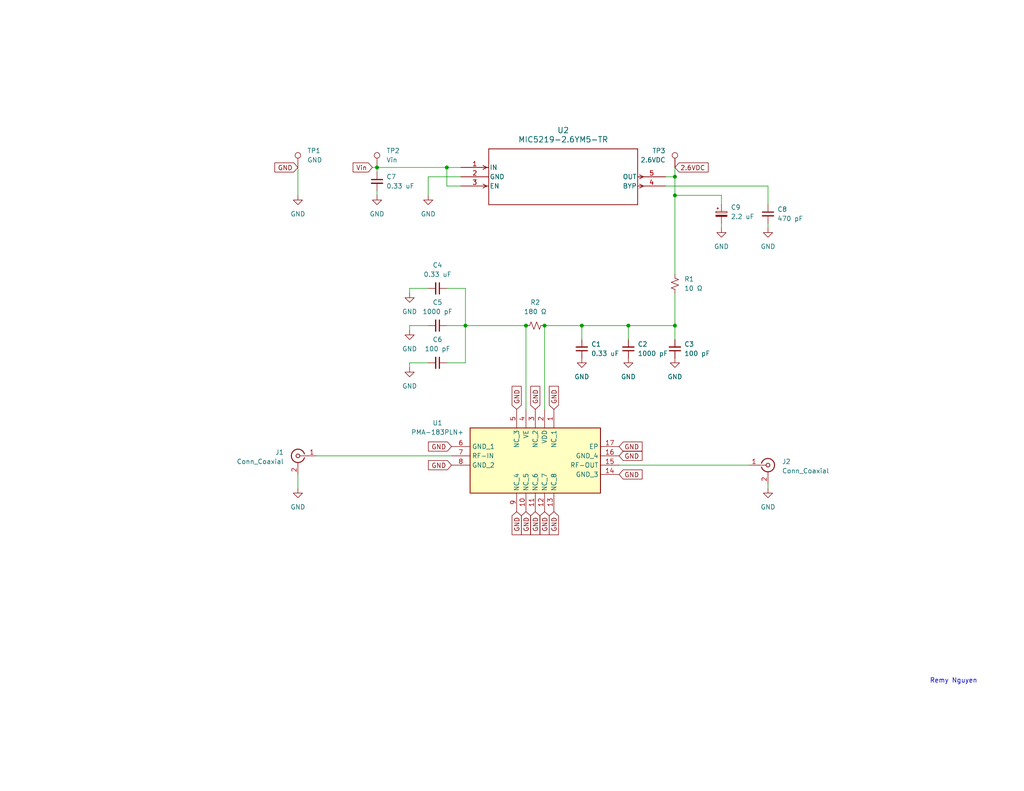
<source format=kicad_sch>
(kicad_sch (version 20230121) (generator eeschema)

  (uuid d268e3ca-8a18-4b0a-ac77-3cbf3521c83a)

  (paper "USLetter")

  (title_block
    (title "6000 - 18000 MHz SMT LNA")
    (date "2024-04-10")
    (rev "A")
  )

  (lib_symbols
    (symbol "power:GND" (power) (pin_names (offset 0)) (in_bom yes) (on_board yes)
      (property "Reference" "#PWR" (at 0 -6.35 0)
        (effects (font (size 1.27 1.27)) hide)
      )
      (property "Value" "GND" (at 0 -3.81 0)
        (effects (font (size 1.27 1.27)))
      )
      (property "Footprint" "" (at 0 0 0)
        (effects (font (size 1.27 1.27)) hide)
      )
      (property "Datasheet" "" (at 0 0 0)
        (effects (font (size 1.27 1.27)) hide)
      )
      (property "ki_keywords" "global power" (at 0 0 0)
        (effects (font (size 1.27 1.27)) hide)
      )
      (property "ki_description" "Power symbol creates a global label with name \"GND\" , ground" (at 0 0 0)
        (effects (font (size 1.27 1.27)) hide)
      )
      (symbol "GND_0_1"
        (polyline
          (pts
            (xy 0 0)
            (xy 0 -1.27)
            (xy 1.27 -1.27)
            (xy 0 -2.54)
            (xy -1.27 -1.27)
            (xy 0 -1.27)
          )
          (stroke (width 0) (type default))
          (fill (type none))
        )
      )
      (symbol "GND_1_1"
        (pin power_in line (at 0 0 270) (length 0) hide
          (name "GND" (effects (font (size 1.27 1.27))))
          (number "1" (effects (font (size 1.27 1.27))))
        )
      )
    )
    (symbol "rf-dfs:C_Polarized_Small" (pin_numbers hide) (pin_names (offset 0.254) hide) (in_bom yes) (on_board yes)
      (property "Reference" "C" (at 0.254 1.778 0)
        (effects (font (size 1.27 1.27)) (justify left))
      )
      (property "Value" "C_Polarized_Small" (at 0.254 -2.032 0)
        (effects (font (size 1.27 1.27)) (justify left))
      )
      (property "Footprint" "" (at 0 0 0)
        (effects (font (size 1.27 1.27)) hide)
      )
      (property "Datasheet" "~" (at 0 0 0)
        (effects (font (size 1.27 1.27)) hide)
      )
      (property "ki_keywords" "cap capacitor" (at 0 0 0)
        (effects (font (size 1.27 1.27)) hide)
      )
      (property "ki_description" "Polarized capacitor, small symbol" (at 0 0 0)
        (effects (font (size 1.27 1.27)) hide)
      )
      (property "ki_fp_filters" "CP_*" (at 0 0 0)
        (effects (font (size 1.27 1.27)) hide)
      )
      (symbol "C_Polarized_Small_0_1"
        (rectangle (start -1.524 -0.3048) (end 1.524 -0.6858)
          (stroke (width 0) (type default))
          (fill (type outline))
        )
        (rectangle (start -1.524 0.6858) (end 1.524 0.3048)
          (stroke (width 0) (type default))
          (fill (type none))
        )
        (polyline
          (pts
            (xy -1.27 1.524)
            (xy -0.762 1.524)
          )
          (stroke (width 0) (type default))
          (fill (type none))
        )
        (polyline
          (pts
            (xy -1.016 1.27)
            (xy -1.016 1.778)
          )
          (stroke (width 0) (type default))
          (fill (type none))
        )
      )
      (symbol "C_Polarized_Small_1_1"
        (pin passive line (at 0 2.54 270) (length 1.8542)
          (name "~" (effects (font (size 1.27 1.27))))
          (number "1" (effects (font (size 1.27 1.27))))
        )
        (pin passive line (at 0 -2.54 90) (length 1.8542)
          (name "~" (effects (font (size 1.27 1.27))))
          (number "2" (effects (font (size 1.27 1.27))))
        )
      )
    )
    (symbol "rf-dfs:C_Small" (pin_numbers hide) (pin_names (offset 0.254) hide) (in_bom yes) (on_board yes)
      (property "Reference" "C" (at 0.254 1.778 0)
        (effects (font (size 1.27 1.27)) (justify left))
      )
      (property "Value" "C_Small" (at 0.254 -2.032 0)
        (effects (font (size 1.27 1.27)) (justify left))
      )
      (property "Footprint" "" (at 0 0 0)
        (effects (font (size 1.27 1.27)) hide)
      )
      (property "Datasheet" "~" (at 0 0 0)
        (effects (font (size 1.27 1.27)) hide)
      )
      (property "ki_keywords" "capacitor cap" (at 0 0 0)
        (effects (font (size 1.27 1.27)) hide)
      )
      (property "ki_description" "Unpolarized capacitor, small symbol" (at 0 0 0)
        (effects (font (size 1.27 1.27)) hide)
      )
      (property "ki_fp_filters" "C_*" (at 0 0 0)
        (effects (font (size 1.27 1.27)) hide)
      )
      (symbol "C_Small_0_1"
        (polyline
          (pts
            (xy -1.524 -0.508)
            (xy 1.524 -0.508)
          )
          (stroke (width 0.3302) (type default))
          (fill (type none))
        )
        (polyline
          (pts
            (xy -1.524 0.508)
            (xy 1.524 0.508)
          )
          (stroke (width 0.3048) (type default))
          (fill (type none))
        )
      )
      (symbol "C_Small_1_1"
        (pin passive line (at 0 2.54 270) (length 2.032)
          (name "~" (effects (font (size 1.27 1.27))))
          (number "1" (effects (font (size 1.27 1.27))))
        )
        (pin passive line (at 0 -2.54 90) (length 2.032)
          (name "~" (effects (font (size 1.27 1.27))))
          (number "2" (effects (font (size 1.27 1.27))))
        )
      )
    )
    (symbol "rf-dfs:Conn_Coaxial" (pin_names (offset 1.016) hide) (in_bom yes) (on_board yes)
      (property "Reference" "J" (at 0.254 3.048 0)
        (effects (font (size 1.27 1.27)))
      )
      (property "Value" "Conn_Coaxial" (at 2.921 0 90)
        (effects (font (size 1.27 1.27)))
      )
      (property "Footprint" "" (at 0 0 0)
        (effects (font (size 1.27 1.27)) hide)
      )
      (property "Datasheet" " ~" (at 0 0 0)
        (effects (font (size 1.27 1.27)) hide)
      )
      (property "ki_keywords" "BNC SMA SMB SMC LEMO coaxial connector CINCH RCA" (at 0 0 0)
        (effects (font (size 1.27 1.27)) hide)
      )
      (property "ki_description" "coaxial connector (BNC, SMA, SMB, SMC, Cinch/RCA, LEMO, ...)" (at 0 0 0)
        (effects (font (size 1.27 1.27)) hide)
      )
      (property "ki_fp_filters" "*BNC* *SMA* *SMB* *SMC* *Cinch* *LEMO*" (at 0 0 0)
        (effects (font (size 1.27 1.27)) hide)
      )
      (symbol "Conn_Coaxial_0_1"
        (arc (start -1.778 -0.508) (mid 0.2311 -1.8066) (end 1.778 0)
          (stroke (width 0.254) (type default))
          (fill (type none))
        )
        (polyline
          (pts
            (xy -2.54 0)
            (xy -0.508 0)
          )
          (stroke (width 0) (type default))
          (fill (type none))
        )
        (polyline
          (pts
            (xy 0 -2.54)
            (xy 0 -1.778)
          )
          (stroke (width 0) (type default))
          (fill (type none))
        )
        (circle (center 0 0) (radius 0.508)
          (stroke (width 0.2032) (type default))
          (fill (type none))
        )
        (arc (start 1.778 0) (mid 0.2099 1.8101) (end -1.778 0.508)
          (stroke (width 0.254) (type default))
          (fill (type none))
        )
      )
      (symbol "Conn_Coaxial_1_1"
        (pin passive line (at -5.08 0 0) (length 2.54)
          (name "In" (effects (font (size 1.27 1.27))))
          (number "1" (effects (font (size 1.27 1.27))))
        )
        (pin passive line (at 0 -5.08 90) (length 2.54)
          (name "Ext" (effects (font (size 1.27 1.27))))
          (number "2" (effects (font (size 1.27 1.27))))
        )
      )
    )
    (symbol "rf-dfs:MIC5219-2.6YM5-TR" (pin_names (offset 0.254)) (in_bom yes) (on_board yes)
      (property "Reference" "U" (at 27.94 10.16 0)
        (effects (font (size 1.524 1.524)))
      )
      (property "Value" "MIC5219-2.6YM5-TR" (at 27.94 7.62 0)
        (effects (font (size 1.524 1.524)))
      )
      (property "Footprint" "SOT-23-5_M5_MCH" (at 0 0 0)
        (effects (font (size 1.27 1.27) italic) hide)
      )
      (property "Datasheet" "MIC5219-2.6YM5-TR" (at 0 0 0)
        (effects (font (size 1.27 1.27) italic) hide)
      )
      (property "ki_locked" "" (at 0 0 0)
        (effects (font (size 1.27 1.27)))
      )
      (property "ki_keywords" "MIC5219-2.6YM5-TR" (at 0 0 0)
        (effects (font (size 1.27 1.27)) hide)
      )
      (property "ki_fp_filters" "SOT-23-5_M5_MCH SOT-23-5_M5_MCH-M SOT-23-5_M5_MCH-L" (at 0 0 0)
        (effects (font (size 1.27 1.27)) hide)
      )
      (symbol "MIC5219-2.6YM5-TR_0_1"
        (polyline
          (pts
            (xy 7.0993 -5.08)
            (xy 6.0579 -5.6007)
          )
          (stroke (width 0.2032) (type default))
          (fill (type none))
        )
        (polyline
          (pts
            (xy 7.0993 -5.08)
            (xy 6.0579 -4.5593)
          )
          (stroke (width 0.2032) (type default))
          (fill (type none))
        )
        (polyline
          (pts
            (xy 7.0993 0)
            (xy 6.0579 -0.5207)
          )
          (stroke (width 0.2032) (type default))
          (fill (type none))
        )
        (polyline
          (pts
            (xy 7.0993 0)
            (xy 6.0579 0.5207)
          )
          (stroke (width 0.2032) (type default))
          (fill (type none))
        )
        (polyline
          (pts
            (xy 7.62 -10.16)
            (xy 48.26 -10.16)
          )
          (stroke (width 0.2032) (type default))
          (fill (type none))
        )
        (polyline
          (pts
            (xy 7.62 5.08)
            (xy 7.62 -10.16)
          )
          (stroke (width 0.2032) (type default))
          (fill (type none))
        )
        (polyline
          (pts
            (xy 48.26 -10.16)
            (xy 48.26 5.08)
          )
          (stroke (width 0.2032) (type default))
          (fill (type none))
        )
        (polyline
          (pts
            (xy 48.26 5.08)
            (xy 7.62 5.08)
          )
          (stroke (width 0.2032) (type default))
          (fill (type none))
        )
        (polyline
          (pts
            (xy 48.7807 -5.6007)
            (xy 49.8221 -5.08)
          )
          (stroke (width 0.2032) (type default))
          (fill (type none))
        )
        (polyline
          (pts
            (xy 48.7807 -4.5593)
            (xy 49.8221 -5.08)
          )
          (stroke (width 0.2032) (type default))
          (fill (type none))
        )
        (polyline
          (pts
            (xy 48.7807 -3.0607)
            (xy 49.8221 -2.54)
          )
          (stroke (width 0.2032) (type default))
          (fill (type none))
        )
        (polyline
          (pts
            (xy 48.7807 -2.0193)
            (xy 49.8221 -2.54)
          )
          (stroke (width 0.2032) (type default))
          (fill (type none))
        )
        (pin input line (at 0 0 0) (length 7.62)
          (name "IN" (effects (font (size 1.27 1.27))))
          (number "1" (effects (font (size 1.27 1.27))))
        )
        (pin power_in line (at 0 -2.54 0) (length 7.62)
          (name "GND" (effects (font (size 1.27 1.27))))
          (number "2" (effects (font (size 1.27 1.27))))
        )
        (pin input line (at 0 -5.08 0) (length 7.62)
          (name "EN" (effects (font (size 1.27 1.27))))
          (number "3" (effects (font (size 1.27 1.27))))
        )
        (pin output line (at 55.88 -5.08 180) (length 7.62)
          (name "BYP" (effects (font (size 1.27 1.27))))
          (number "4" (effects (font (size 1.27 1.27))))
        )
        (pin output line (at 55.88 -2.54 180) (length 7.62)
          (name "OUT" (effects (font (size 1.27 1.27))))
          (number "5" (effects (font (size 1.27 1.27))))
        )
      )
    )
    (symbol "rf-dfs:PMA-183PLN+" (in_bom yes) (on_board yes)
      (property "Reference" "IC" (at 24.13 17.78 0)
        (effects (font (size 1.27 1.27)) (justify left top))
      )
      (property "Value" "PMA-183PLN+" (at 24.13 15.24 0)
        (effects (font (size 1.27 1.27)) (justify left top))
      )
      (property "Footprint" "QFN51P250X350X85-17N" (at 24.13 -84.76 0)
        (effects (font (size 1.27 1.27)) (justify left top) hide)
      )
      (property "Datasheet" "https://www.minicircuits.com/pdfs/PMA-183PLN+.pdf" (at 24.13 -184.76 0)
        (effects (font (size 1.27 1.27)) (justify left top) hide)
      )
      (property "Height" "0.85" (at 24.13 -384.76 0)
        (effects (font (size 1.27 1.27)) (justify left top) hide)
      )
      (property "Mouser Part Number" "139-PMA-183PLN+" (at 24.13 -484.76 0)
        (effects (font (size 1.27 1.27)) (justify left top) hide)
      )
      (property "Mouser Price/Stock" "https://www.mouser.co.uk/ProductDetail/Mini-Circuits/PMA-183PLN%2b?qs=pBJMDPsKWf3y6UUd2bAzwg%3D%3D" (at 24.13 -584.76 0)
        (effects (font (size 1.27 1.27)) (justify left top) hide)
      )
      (property "Manufacturer_Name" "Mini-Circuits" (at 24.13 -684.76 0)
        (effects (font (size 1.27 1.27)) (justify left top) hide)
      )
      (property "Manufacturer_Part_Number" "PMA-183PLN+" (at 24.13 -784.76 0)
        (effects (font (size 1.27 1.27)) (justify left top) hide)
      )
      (property "ki_description" "RF Amplifier SMT Low Noise Amplifier, 6000 - 18000 MHz, 50 Ohm" (at 0 0 0)
        (effects (font (size 1.27 1.27)) hide)
      )
      (symbol "PMA-183PLN+_1_1"
        (rectangle (start 5.08 12.7) (end 22.86 -22.86)
          (stroke (width 0.254) (type default))
          (fill (type background))
        )
        (pin passive line (at 0 0 0) (length 5.08)
          (name "NC_1" (effects (font (size 1.27 1.27))))
          (number "1" (effects (font (size 1.27 1.27))))
        )
        (pin passive line (at 27.94 -7.62 180) (length 5.08)
          (name "NC_5" (effects (font (size 1.27 1.27))))
          (number "10" (effects (font (size 1.27 1.27))))
        )
        (pin passive line (at 27.94 -5.08 180) (length 5.08)
          (name "NC_6" (effects (font (size 1.27 1.27))))
          (number "11" (effects (font (size 1.27 1.27))))
        )
        (pin passive line (at 27.94 -2.54 180) (length 5.08)
          (name "NC_7" (effects (font (size 1.27 1.27))))
          (number "12" (effects (font (size 1.27 1.27))))
        )
        (pin passive line (at 27.94 0 180) (length 5.08)
          (name "NC_8" (effects (font (size 1.27 1.27))))
          (number "13" (effects (font (size 1.27 1.27))))
        )
        (pin passive line (at 17.78 17.78 270) (length 5.08)
          (name "GND_3" (effects (font (size 1.27 1.27))))
          (number "14" (effects (font (size 1.27 1.27))))
        )
        (pin passive line (at 15.24 17.78 270) (length 5.08)
          (name "RF-OUT" (effects (font (size 1.27 1.27))))
          (number "15" (effects (font (size 1.27 1.27))))
        )
        (pin passive line (at 12.7 17.78 270) (length 5.08)
          (name "GND_4" (effects (font (size 1.27 1.27))))
          (number "16" (effects (font (size 1.27 1.27))))
        )
        (pin passive line (at 10.16 17.78 270) (length 5.08)
          (name "EP" (effects (font (size 1.27 1.27))))
          (number "17" (effects (font (size 1.27 1.27))))
        )
        (pin passive line (at 0 -2.54 0) (length 5.08)
          (name "VDD" (effects (font (size 1.27 1.27))))
          (number "2" (effects (font (size 1.27 1.27))))
        )
        (pin passive line (at 0 -5.08 0) (length 5.08)
          (name "NC_2" (effects (font (size 1.27 1.27))))
          (number "3" (effects (font (size 1.27 1.27))))
        )
        (pin passive line (at 0 -7.62 0) (length 5.08)
          (name "VE" (effects (font (size 1.27 1.27))))
          (number "4" (effects (font (size 1.27 1.27))))
        )
        (pin passive line (at 0 -10.16 0) (length 5.08)
          (name "NC_3" (effects (font (size 1.27 1.27))))
          (number "5" (effects (font (size 1.27 1.27))))
        )
        (pin passive line (at 10.16 -27.94 90) (length 5.08)
          (name "GND_1" (effects (font (size 1.27 1.27))))
          (number "6" (effects (font (size 1.27 1.27))))
        )
        (pin passive line (at 12.7 -27.94 90) (length 5.08)
          (name "RF-IN" (effects (font (size 1.27 1.27))))
          (number "7" (effects (font (size 1.27 1.27))))
        )
        (pin passive line (at 15.24 -27.94 90) (length 5.08)
          (name "GND_2" (effects (font (size 1.27 1.27))))
          (number "8" (effects (font (size 1.27 1.27))))
        )
        (pin passive line (at 27.94 -10.16 180) (length 5.08)
          (name "NC_4" (effects (font (size 1.27 1.27))))
          (number "9" (effects (font (size 1.27 1.27))))
        )
      )
    )
    (symbol "rf-dfs:R_Small_US" (pin_numbers hide) (pin_names (offset 0.254) hide) (in_bom yes) (on_board yes)
      (property "Reference" "R" (at 0.762 0.508 0)
        (effects (font (size 1.27 1.27)) (justify left))
      )
      (property "Value" "R_Small_US" (at 0.762 -1.016 0)
        (effects (font (size 1.27 1.27)) (justify left))
      )
      (property "Footprint" "" (at 0 0 0)
        (effects (font (size 1.27 1.27)) hide)
      )
      (property "Datasheet" "~" (at 0 0 0)
        (effects (font (size 1.27 1.27)) hide)
      )
      (property "ki_keywords" "r resistor" (at 0 0 0)
        (effects (font (size 1.27 1.27)) hide)
      )
      (property "ki_description" "Resistor, small US symbol" (at 0 0 0)
        (effects (font (size 1.27 1.27)) hide)
      )
      (property "ki_fp_filters" "R_*" (at 0 0 0)
        (effects (font (size 1.27 1.27)) hide)
      )
      (symbol "R_Small_US_1_1"
        (polyline
          (pts
            (xy 0 0)
            (xy 1.016 -0.381)
            (xy 0 -0.762)
            (xy -1.016 -1.143)
            (xy 0 -1.524)
          )
          (stroke (width 0) (type default))
          (fill (type none))
        )
        (polyline
          (pts
            (xy 0 1.524)
            (xy 1.016 1.143)
            (xy 0 0.762)
            (xy -1.016 0.381)
            (xy 0 0)
          )
          (stroke (width 0) (type default))
          (fill (type none))
        )
        (pin passive line (at 0 2.54 270) (length 1.016)
          (name "~" (effects (font (size 1.27 1.27))))
          (number "1" (effects (font (size 1.27 1.27))))
        )
        (pin passive line (at 0 -2.54 90) (length 1.016)
          (name "~" (effects (font (size 1.27 1.27))))
          (number "2" (effects (font (size 1.27 1.27))))
        )
      )
    )
    (symbol "rf-dfs:TestPoint" (pin_numbers hide) (pin_names (offset 0.762) hide) (in_bom yes) (on_board yes)
      (property "Reference" "TP" (at 0 6.858 0)
        (effects (font (size 1.27 1.27)))
      )
      (property "Value" "TestPoint" (at 0 5.08 0)
        (effects (font (size 1.27 1.27)))
      )
      (property "Footprint" "" (at 5.08 0 0)
        (effects (font (size 1.27 1.27)) hide)
      )
      (property "Datasheet" "~" (at 5.08 0 0)
        (effects (font (size 1.27 1.27)) hide)
      )
      (property "ki_keywords" "test point tp" (at 0 0 0)
        (effects (font (size 1.27 1.27)) hide)
      )
      (property "ki_description" "test point" (at 0 0 0)
        (effects (font (size 1.27 1.27)) hide)
      )
      (property "ki_fp_filters" "Pin* Test*" (at 0 0 0)
        (effects (font (size 1.27 1.27)) hide)
      )
      (symbol "TestPoint_0_1"
        (circle (center 0 3.302) (radius 0.762)
          (stroke (width 0) (type default))
          (fill (type none))
        )
      )
      (symbol "TestPoint_1_1"
        (pin passive line (at 0 0 90) (length 2.54)
          (name "1" (effects (font (size 1.27 1.27))))
          (number "1" (effects (font (size 1.27 1.27))))
        )
      )
    )
  )

  (junction (at 158.75 88.9) (diameter 0) (color 0 0 0 0)
    (uuid 026eee6c-3e94-4387-85f7-f68f2879cebc)
  )
  (junction (at 148.59 88.9) (diameter 0) (color 0 0 0 0)
    (uuid 0893bd5f-6968-4b4b-a54f-84421fcabb61)
  )
  (junction (at 184.15 53.34) (diameter 0) (color 0 0 0 0)
    (uuid 3e43d4b6-864a-4020-96a3-b045f58de1b6)
  )
  (junction (at 127 88.9) (diameter 0) (color 0 0 0 0)
    (uuid 49b21624-3d1a-47de-8178-953df737a950)
  )
  (junction (at 143.51 88.9) (diameter 0) (color 0 0 0 0)
    (uuid 5e095809-d831-4452-9ed5-7c6ac7c516a3)
  )
  (junction (at 171.45 88.9) (diameter 0) (color 0 0 0 0)
    (uuid 753e7a4b-31db-4815-818e-0c2a7cf8ef6c)
  )
  (junction (at 184.15 88.9) (diameter 0) (color 0 0 0 0)
    (uuid 790313db-f3ea-4b0b-9545-d8deef864bfc)
  )
  (junction (at 121.92 45.72) (diameter 0) (color 0 0 0 0)
    (uuid 94b8fe7d-e967-4b5d-ae5a-0c73d700b3ae)
  )
  (junction (at 102.87 45.72) (diameter 0) (color 0 0 0 0)
    (uuid b28ccbc5-6c58-4b3b-821f-fe464b7b42bb)
  )
  (junction (at 184.15 48.26) (diameter 0) (color 0 0 0 0)
    (uuid db5b5de4-5cb8-4acc-97af-d9e76a1c4ba7)
  )

  (wire (pts (xy 102.87 52.07) (xy 102.87 53.34))
    (stroke (width 0) (type default))
    (uuid 006e9ce7-ff74-4044-bafd-9c34330ceb05)
  )
  (wire (pts (xy 168.91 127) (xy 204.47 127))
    (stroke (width 0) (type default))
    (uuid 011044b7-0f73-4e96-848a-d355beaf3442)
  )
  (wire (pts (xy 184.15 80.01) (xy 184.15 88.9))
    (stroke (width 0) (type default))
    (uuid 059098aa-7340-4796-ad9c-c9c1357360fc)
  )
  (wire (pts (xy 196.85 60.96) (xy 196.85 62.23))
    (stroke (width 0) (type default))
    (uuid 0acffe5f-29e5-4b98-80a8-e4679ff58d46)
  )
  (wire (pts (xy 127 99.06) (xy 127 88.9))
    (stroke (width 0) (type default))
    (uuid 0ff6b2e1-5cad-477b-ab90-d5b73b971417)
  )
  (wire (pts (xy 171.45 88.9) (xy 171.45 92.71))
    (stroke (width 0) (type default))
    (uuid 104da56f-7681-42de-b250-d03241f458f6)
  )
  (wire (pts (xy 127 78.74) (xy 127 88.9))
    (stroke (width 0) (type default))
    (uuid 12c05469-0ad5-4dc5-b51a-441c908ce661)
  )
  (wire (pts (xy 111.76 88.9) (xy 111.76 90.17))
    (stroke (width 0) (type default))
    (uuid 1372c426-fa35-4740-a486-65cd23ed3f11)
  )
  (wire (pts (xy 102.87 45.72) (xy 102.87 46.99))
    (stroke (width 0) (type default))
    (uuid 147e80a8-ead3-4594-8aaf-cf1f6386f833)
  )
  (wire (pts (xy 184.15 48.26) (xy 184.15 53.34))
    (stroke (width 0) (type default))
    (uuid 18abb2c0-3f1c-4a1b-994e-6aced6865824)
  )
  (wire (pts (xy 196.85 55.88) (xy 196.85 53.34))
    (stroke (width 0) (type default))
    (uuid 263b5918-544f-4f4c-bbf7-70262b6a1d8e)
  )
  (wire (pts (xy 116.84 99.06) (xy 111.76 99.06))
    (stroke (width 0) (type default))
    (uuid 28330b53-a8cb-41e3-b084-8b664a041552)
  )
  (wire (pts (xy 158.75 88.9) (xy 171.45 88.9))
    (stroke (width 0) (type default))
    (uuid 2c136b89-8718-4e2f-9bd5-36ce83dc2a4c)
  )
  (wire (pts (xy 121.92 88.9) (xy 127 88.9))
    (stroke (width 0) (type default))
    (uuid 3ce8fec9-fd0e-428f-921e-dd8573f45e5f)
  )
  (wire (pts (xy 116.84 88.9) (xy 111.76 88.9))
    (stroke (width 0) (type default))
    (uuid 430b9b5a-98ec-445f-919f-2c4dbd8d1d5f)
  )
  (wire (pts (xy 184.15 45.72) (xy 184.15 48.26))
    (stroke (width 0) (type default))
    (uuid 48e4505f-2c19-4ee5-9c4a-f2bb1497f1f2)
  )
  (wire (pts (xy 196.85 53.34) (xy 184.15 53.34))
    (stroke (width 0) (type default))
    (uuid 492b2ba2-db8f-4b47-9e16-8c4b3a794a33)
  )
  (wire (pts (xy 116.84 48.26) (xy 116.84 53.34))
    (stroke (width 0) (type default))
    (uuid 4a415991-bde6-425b-961e-16fab78b8ef7)
  )
  (wire (pts (xy 111.76 78.74) (xy 111.76 80.01))
    (stroke (width 0) (type default))
    (uuid 55ec0f14-ab7c-49c0-896f-6a141b0eda30)
  )
  (wire (pts (xy 148.59 88.9) (xy 158.75 88.9))
    (stroke (width 0) (type default))
    (uuid 64dba048-40d6-4aa9-b7a3-42beea38825a)
  )
  (wire (pts (xy 101.6 45.72) (xy 102.87 45.72))
    (stroke (width 0) (type default))
    (uuid 73ef8f6f-f8b7-40f4-8ca2-a237fede0cd9)
  )
  (wire (pts (xy 148.59 88.9) (xy 148.59 111.76))
    (stroke (width 0) (type default))
    (uuid 7d4bedbd-2698-4e75-908f-75aca5761e06)
  )
  (wire (pts (xy 121.92 50.8) (xy 121.92 45.72))
    (stroke (width 0) (type default))
    (uuid 83f672a4-65d7-46cf-a636-fb6c8e2fcb36)
  )
  (wire (pts (xy 121.92 78.74) (xy 127 78.74))
    (stroke (width 0) (type default))
    (uuid 84e7b8a2-a87a-484a-82f4-688d13dd3767)
  )
  (wire (pts (xy 86.36 124.46) (xy 123.19 124.46))
    (stroke (width 0) (type default))
    (uuid 8a2aa0b8-9620-4529-b38c-dff42212163b)
  )
  (wire (pts (xy 111.76 99.06) (xy 111.76 100.33))
    (stroke (width 0) (type default))
    (uuid 98be9ace-d6e0-45e8-a9f8-cb7f4b9e0419)
  )
  (wire (pts (xy 158.75 88.9) (xy 158.75 92.71))
    (stroke (width 0) (type default))
    (uuid 9afee6f7-b9dd-456f-8705-30506d6c067f)
  )
  (wire (pts (xy 127 88.9) (xy 143.51 88.9))
    (stroke (width 0) (type default))
    (uuid a7f144db-bf8a-4676-a767-5545b4f6b805)
  )
  (wire (pts (xy 125.73 50.8) (xy 121.92 50.8))
    (stroke (width 0) (type default))
    (uuid a827fd83-271c-448a-9f61-38f9094174cb)
  )
  (wire (pts (xy 125.73 48.26) (xy 116.84 48.26))
    (stroke (width 0) (type default))
    (uuid ad8f688b-b849-45fd-b010-4ade3ea5096f)
  )
  (wire (pts (xy 143.51 88.9) (xy 143.51 111.76))
    (stroke (width 0) (type default))
    (uuid b1a81e4b-0efd-4f3b-a2f7-55d8acf95266)
  )
  (wire (pts (xy 181.61 50.8) (xy 209.55 50.8))
    (stroke (width 0) (type default))
    (uuid b7b2b778-3f69-4f0f-bd77-a6412c1ecb95)
  )
  (wire (pts (xy 121.92 99.06) (xy 127 99.06))
    (stroke (width 0) (type default))
    (uuid be2f4f3a-6ea1-416c-bbc0-00f457e80c88)
  )
  (wire (pts (xy 116.84 78.74) (xy 111.76 78.74))
    (stroke (width 0) (type default))
    (uuid c61b9f39-8bda-444d-8a07-6a6057e8187c)
  )
  (wire (pts (xy 81.28 129.54) (xy 81.28 133.35))
    (stroke (width 0) (type default))
    (uuid caf3954a-99b8-439f-ad98-d57021b5e850)
  )
  (wire (pts (xy 121.92 45.72) (xy 125.73 45.72))
    (stroke (width 0) (type default))
    (uuid d7c8f252-453d-4237-b1e7-d040e59470c4)
  )
  (wire (pts (xy 171.45 88.9) (xy 184.15 88.9))
    (stroke (width 0) (type default))
    (uuid d980f276-72fa-4e2e-b2b7-99818c32c077)
  )
  (wire (pts (xy 209.55 60.96) (xy 209.55 62.23))
    (stroke (width 0) (type default))
    (uuid daef0386-104c-4d14-a858-6ea07af71be2)
  )
  (wire (pts (xy 184.15 88.9) (xy 184.15 92.71))
    (stroke (width 0) (type default))
    (uuid e3e97ede-41ff-458f-8cf3-b6deeb0129b3)
  )
  (wire (pts (xy 181.61 48.26) (xy 184.15 48.26))
    (stroke (width 0) (type default))
    (uuid e96e1c0e-bb7a-44f0-a723-04e4aa52d5b1)
  )
  (wire (pts (xy 209.55 133.35) (xy 209.55 132.08))
    (stroke (width 0) (type default))
    (uuid ee4a7901-25bb-4916-aab1-3862ab5f4a39)
  )
  (wire (pts (xy 209.55 50.8) (xy 209.55 55.88))
    (stroke (width 0) (type default))
    (uuid f1570afe-d7e7-4d18-ae8b-6b856b4d22b9)
  )
  (wire (pts (xy 184.15 53.34) (xy 184.15 74.93))
    (stroke (width 0) (type default))
    (uuid f9e53c8d-e30d-41d7-87aa-e2b436e0d53c)
  )
  (wire (pts (xy 81.28 45.72) (xy 81.28 53.34))
    (stroke (width 0) (type default))
    (uuid fb3ccfc3-31c3-4c9a-8c69-ed7be8a0e311)
  )
  (wire (pts (xy 102.87 45.72) (xy 121.92 45.72))
    (stroke (width 0) (type default))
    (uuid fbe09cd6-d6eb-4c3c-932b-53aac9c2d5e3)
  )

  (text "Remy Nguyen" (at 266.7 186.69 0)
    (effects (font (size 1.27 1.27)) (justify right bottom))
    (uuid f33879d0-1aad-46b8-8a1f-43e48ae0ccd5)
  )

  (global_label "GND" (shape input) (at 151.13 139.7 270) (fields_autoplaced)
    (effects (font (size 1.27 1.27)) (justify right))
    (uuid 13c024a6-476c-4bcb-9b5c-fcbb059f961c)
    (property "Intersheetrefs" "${INTERSHEET_REFS}" (at 151.13 145.8221 90)
      (effects (font (size 1.27 1.27)) (justify right) hide)
    )
  )
  (global_label "GND" (shape input) (at 140.97 139.7 270) (fields_autoplaced)
    (effects (font (size 1.27 1.27)) (justify right))
    (uuid 1d394404-ca3c-44ad-91fe-df901ae4e72c)
    (property "Intersheetrefs" "${INTERSHEET_REFS}" (at 140.97 145.8221 90)
      (effects (font (size 1.27 1.27)) (justify right) hide)
    )
  )
  (global_label "GND" (shape input) (at 148.59 139.7 270) (fields_autoplaced)
    (effects (font (size 1.27 1.27)) (justify right))
    (uuid 39fb510b-c098-470f-93a6-231dba5f6fa0)
    (property "Intersheetrefs" "${INTERSHEET_REFS}" (at 148.59 145.8221 90)
      (effects (font (size 1.27 1.27)) (justify right) hide)
    )
  )
  (global_label "GND" (shape input) (at 123.19 127 180) (fields_autoplaced)
    (effects (font (size 1.27 1.27)) (justify right))
    (uuid 4c232aa0-d65e-4bd8-9ea0-87be40be0e87)
    (property "Intersheetrefs" "${INTERSHEET_REFS}" (at 117.0679 127 0)
      (effects (font (size 1.27 1.27)) (justify right) hide)
    )
  )
  (global_label "GND" (shape input) (at 146.05 139.7 270) (fields_autoplaced)
    (effects (font (size 1.27 1.27)) (justify right))
    (uuid 747102a0-95e3-42c8-9641-87071e5af377)
    (property "Intersheetrefs" "${INTERSHEET_REFS}" (at 146.05 145.8221 90)
      (effects (font (size 1.27 1.27)) (justify right) hide)
    )
  )
  (global_label "GND" (shape input) (at 168.91 124.46 0) (fields_autoplaced)
    (effects (font (size 1.27 1.27)) (justify left))
    (uuid 87b9c8b5-568b-4f45-804f-e37818fe6548)
    (property "Intersheetrefs" "${INTERSHEET_REFS}" (at 175.0321 124.46 0)
      (effects (font (size 1.27 1.27)) (justify left) hide)
    )
  )
  (global_label "Vin" (shape input) (at 101.6 45.72 180) (fields_autoplaced)
    (effects (font (size 1.27 1.27)) (justify right))
    (uuid 9858636d-930b-45f3-9759-ad25d94f8ebd)
    (property "Intersheetrefs" "${INTERSHEET_REFS}" (at 96.506 45.72 0)
      (effects (font (size 1.27 1.27)) (justify right) hide)
    )
  )
  (global_label "GND" (shape input) (at 81.28 45.72 180) (fields_autoplaced)
    (effects (font (size 1.27 1.27)) (justify right))
    (uuid 9ef32391-1560-4a7b-a3c9-ae8513d7d2f5)
    (property "Intersheetrefs" "${INTERSHEET_REFS}" (at 75.1579 45.72 0)
      (effects (font (size 1.27 1.27)) (justify right) hide)
    )
  )
  (global_label "GND" (shape input) (at 146.05 111.76 90) (fields_autoplaced)
    (effects (font (size 1.27 1.27)) (justify left))
    (uuid a1609717-949b-4047-a382-249b42ce8c36)
    (property "Intersheetrefs" "${INTERSHEET_REFS}" (at 146.05 105.6379 90)
      (effects (font (size 1.27 1.27)) (justify left) hide)
    )
  )
  (global_label "GND" (shape input) (at 140.97 111.76 90) (fields_autoplaced)
    (effects (font (size 1.27 1.27)) (justify left))
    (uuid a38bf6a5-9739-46b3-aff5-917211e140d6)
    (property "Intersheetrefs" "${INTERSHEET_REFS}" (at 140.97 105.6379 90)
      (effects (font (size 1.27 1.27)) (justify left) hide)
    )
  )
  (global_label "2.6VDC" (shape input) (at 184.15 45.72 0) (fields_autoplaced)
    (effects (font (size 1.27 1.27)) (justify left))
    (uuid a9984244-85a3-4262-8638-ea520e0fa8af)
    (property "Intersheetrefs" "${INTERSHEET_REFS}" (at 193.054 45.72 0)
      (effects (font (size 1.27 1.27)) (justify left) hide)
    )
  )
  (global_label "GND" (shape input) (at 168.91 129.54 0) (fields_autoplaced)
    (effects (font (size 1.27 1.27)) (justify left))
    (uuid adad0b57-9992-4824-8522-c5f2c1602100)
    (property "Intersheetrefs" "${INTERSHEET_REFS}" (at 175.0321 129.54 0)
      (effects (font (size 1.27 1.27)) (justify left) hide)
    )
  )
  (global_label "GND" (shape input) (at 123.19 121.92 180) (fields_autoplaced)
    (effects (font (size 1.27 1.27)) (justify right))
    (uuid b3b61355-6145-4f17-a51f-600c7a893616)
    (property "Intersheetrefs" "${INTERSHEET_REFS}" (at 117.0679 121.92 0)
      (effects (font (size 1.27 1.27)) (justify right) hide)
    )
  )
  (global_label "GND" (shape input) (at 151.13 111.76 90) (fields_autoplaced)
    (effects (font (size 1.27 1.27)) (justify left))
    (uuid d608e977-5afc-432f-bb41-9104846a616d)
    (property "Intersheetrefs" "${INTERSHEET_REFS}" (at 151.13 105.6379 90)
      (effects (font (size 1.27 1.27)) (justify left) hide)
    )
  )
  (global_label "GND" (shape input) (at 168.91 121.92 0) (fields_autoplaced)
    (effects (font (size 1.27 1.27)) (justify left))
    (uuid d9735511-ecc4-4289-ae7f-c872eda3b51b)
    (property "Intersheetrefs" "${INTERSHEET_REFS}" (at 175.0321 121.92 0)
      (effects (font (size 1.27 1.27)) (justify left) hide)
    )
  )
  (global_label "GND" (shape input) (at 143.51 139.7 270) (fields_autoplaced)
    (effects (font (size 1.27 1.27)) (justify right))
    (uuid f1101c01-6115-4dad-933a-383b1487a633)
    (property "Intersheetrefs" "${INTERSHEET_REFS}" (at 143.51 145.8221 90)
      (effects (font (size 1.27 1.27)) (justify right) hide)
    )
  )

  (symbol (lib_id "power:GND") (at 116.84 53.34 0) (unit 1)
    (in_bom yes) (on_board yes) (dnp no) (fields_autoplaced)
    (uuid 0007637a-4fef-465c-9c94-4046b0805587)
    (property "Reference" "#PWR06" (at 116.84 59.69 0)
      (effects (font (size 1.27 1.27)) hide)
    )
    (property "Value" "GND" (at 116.84 58.42 0)
      (effects (font (size 1.27 1.27)))
    )
    (property "Footprint" "" (at 116.84 53.34 0)
      (effects (font (size 1.27 1.27)) hide)
    )
    (property "Datasheet" "" (at 116.84 53.34 0)
      (effects (font (size 1.27 1.27)) hide)
    )
    (pin "1" (uuid 5ced6096-b0c0-4616-9ca4-d736580fdb48))
    (instances
      (project "PMA-183PLN+"
        (path "/d268e3ca-8a18-4b0a-ac77-3cbf3521c83a"
          (reference "#PWR06") (unit 1)
        )
      )
    )
  )

  (symbol (lib_id "rf-dfs:TestPoint") (at 81.28 45.72 0) (unit 1)
    (in_bom yes) (on_board yes) (dnp no) (fields_autoplaced)
    (uuid 02702809-9cf8-4a85-b212-d81680ddcb53)
    (property "Reference" "TP1" (at 83.82 41.148 0)
      (effects (font (size 1.27 1.27)) (justify left))
    )
    (property "Value" "GND" (at 83.82 43.688 0)
      (effects (font (size 1.27 1.27)) (justify left))
    )
    (property "Footprint" "TestPoint:TestPoint_Loop_D2.54mm_Drill1.5mm_Beaded" (at 86.36 45.72 0)
      (effects (font (size 1.27 1.27)) hide)
    )
    (property "Datasheet" "~" (at 86.36 45.72 0)
      (effects (font (size 1.27 1.27)) hide)
    )
    (pin "1" (uuid ff35c19e-e6e4-49ad-a113-644a64181c85))
    (instances
      (project "PMA-183PLN+"
        (path "/d268e3ca-8a18-4b0a-ac77-3cbf3521c83a"
          (reference "TP1") (unit 1)
        )
      )
    )
  )

  (symbol (lib_id "rf-dfs:MIC5219-2.6YM5-TR") (at 125.73 45.72 0) (unit 1)
    (in_bom yes) (on_board yes) (dnp no) (fields_autoplaced)
    (uuid 03cfa8ec-bec8-486d-b169-538c2137e953)
    (property "Reference" "U2" (at 153.67 35.56 0)
      (effects (font (size 1.524 1.524)))
    )
    (property "Value" "MIC5219-2.6YM5-TR" (at 153.67 38.1 0)
      (effects (font (size 1.524 1.524)))
    )
    (property "Footprint" "imports:SOT-23-5_M5_MCH" (at 125.73 45.72 0)
      (effects (font (size 1.27 1.27) italic) hide)
    )
    (property "Datasheet" "MIC5219-2.6YM5-TR" (at 125.73 45.72 0)
      (effects (font (size 1.27 1.27) italic) hide)
    )
    (pin "1" (uuid 95760203-aef1-4523-94f1-f3678bed6432))
    (pin "2" (uuid b732ad5d-fa53-494e-85e6-0922f3e32e6c))
    (pin "3" (uuid 274ef028-a2d5-4abc-b0d1-d7c57410c84e))
    (pin "4" (uuid c554d977-daab-40c1-8745-96161d55ae8c))
    (pin "5" (uuid ecbc0743-a6ac-4801-815e-53e52eef0d72))
    (instances
      (project "PMA-183PLN+"
        (path "/d268e3ca-8a18-4b0a-ac77-3cbf3521c83a"
          (reference "U2") (unit 1)
        )
      )
    )
  )

  (symbol (lib_id "rf-dfs:C_Small") (at 184.15 95.25 180) (unit 1)
    (in_bom yes) (on_board yes) (dnp no) (fields_autoplaced)
    (uuid 0ef1ed83-a781-418a-89c2-0d1b3e8264c3)
    (property "Reference" "C3" (at 186.69 93.9736 0)
      (effects (font (size 1.27 1.27)) (justify right))
    )
    (property "Value" "100 pF" (at 186.69 96.5136 0)
      (effects (font (size 1.27 1.27)) (justify right))
    )
    (property "Footprint" "Capacitor_SMD:C_0402_1005Metric" (at 184.15 95.25 0)
      (effects (font (size 1.27 1.27)) hide)
    )
    (property "Datasheet" "~" (at 184.15 95.25 0)
      (effects (font (size 1.27 1.27)) hide)
    )
    (pin "1" (uuid 005ac7cb-e16e-421f-a178-34c7684afe3f))
    (pin "2" (uuid bfa83dd1-29ce-4196-8fe3-5f323b7a16d8))
    (instances
      (project "PMA-183PLN+"
        (path "/d268e3ca-8a18-4b0a-ac77-3cbf3521c83a"
          (reference "C3") (unit 1)
        )
      )
    )
  )

  (symbol (lib_id "rf-dfs:TestPoint") (at 184.15 45.72 0) (mirror y) (unit 1)
    (in_bom yes) (on_board yes) (dnp no)
    (uuid 24be0d8e-f2f2-472f-bc12-31dde24e3eb0)
    (property "Reference" "TP3" (at 181.61 41.148 0)
      (effects (font (size 1.27 1.27)) (justify left))
    )
    (property "Value" "2.6VDC" (at 181.61 43.688 0)
      (effects (font (size 1.27 1.27)) (justify left))
    )
    (property "Footprint" "TestPoint:TestPoint_Loop_D2.54mm_Drill1.5mm_Beaded" (at 179.07 45.72 0)
      (effects (font (size 1.27 1.27)) hide)
    )
    (property "Datasheet" "~" (at 179.07 45.72 0)
      (effects (font (size 1.27 1.27)) hide)
    )
    (pin "1" (uuid 95425d72-f571-4c9d-b031-1b021b9f1af7))
    (instances
      (project "PMA-183PLN+"
        (path "/d268e3ca-8a18-4b0a-ac77-3cbf3521c83a"
          (reference "TP3") (unit 1)
        )
      )
    )
  )

  (symbol (lib_id "rf-dfs:C_Small") (at 119.38 99.06 270) (unit 1)
    (in_bom yes) (on_board yes) (dnp no) (fields_autoplaced)
    (uuid 25e230b7-4f8d-4901-9d37-58c69a6016be)
    (property "Reference" "C6" (at 119.3736 92.71 90)
      (effects (font (size 1.27 1.27)))
    )
    (property "Value" "100 pF" (at 119.3736 95.25 90)
      (effects (font (size 1.27 1.27)))
    )
    (property "Footprint" "Capacitor_SMD:C_0402_1005Metric" (at 119.38 99.06 0)
      (effects (font (size 1.27 1.27)) hide)
    )
    (property "Datasheet" "~" (at 119.38 99.06 0)
      (effects (font (size 1.27 1.27)) hide)
    )
    (pin "1" (uuid dedfe65a-c5ee-4c47-babe-abc64990ce7c))
    (pin "2" (uuid 359e6623-8f29-4c21-8f2c-cc1ce20da678))
    (instances
      (project "PMA-183PLN+"
        (path "/d268e3ca-8a18-4b0a-ac77-3cbf3521c83a"
          (reference "C6") (unit 1)
        )
      )
    )
  )

  (symbol (lib_id "power:GND") (at 81.28 133.35 0) (unit 1)
    (in_bom yes) (on_board yes) (dnp no) (fields_autoplaced)
    (uuid 26c3592c-92b2-4566-8c30-e4bcf8e864f7)
    (property "Reference" "#PWR01" (at 81.28 139.7 0)
      (effects (font (size 1.27 1.27)) hide)
    )
    (property "Value" "GND" (at 81.28 138.43 0)
      (effects (font (size 1.27 1.27)))
    )
    (property "Footprint" "" (at 81.28 133.35 0)
      (effects (font (size 1.27 1.27)) hide)
    )
    (property "Datasheet" "" (at 81.28 133.35 0)
      (effects (font (size 1.27 1.27)) hide)
    )
    (pin "1" (uuid 4084667f-d40e-4589-baac-4df3d74f43bb))
    (instances
      (project "PMA-183PLN+"
        (path "/d268e3ca-8a18-4b0a-ac77-3cbf3521c83a"
          (reference "#PWR01") (unit 1)
        )
      )
    )
  )

  (symbol (lib_id "rf-dfs:C_Small") (at 102.87 49.53 0) (unit 1)
    (in_bom yes) (on_board yes) (dnp no) (fields_autoplaced)
    (uuid 34ff9f5b-6844-44d7-9c66-7078cbcd0c6a)
    (property "Reference" "C7" (at 105.41 48.2663 0)
      (effects (font (size 1.27 1.27)) (justify left))
    )
    (property "Value" "0.33 uF" (at 105.41 50.8063 0)
      (effects (font (size 1.27 1.27)) (justify left))
    )
    (property "Footprint" "Capacitor_SMD:C_0402_1005Metric" (at 102.87 49.53 0)
      (effects (font (size 1.27 1.27)) hide)
    )
    (property "Datasheet" "~" (at 102.87 49.53 0)
      (effects (font (size 1.27 1.27)) hide)
    )
    (pin "1" (uuid 554738c1-8d7b-4e5f-8b84-143fb2c83a92))
    (pin "2" (uuid 0b5fb828-c3d8-43c6-a799-7bf25834f817))
    (instances
      (project "PMA-183PLN+"
        (path "/d268e3ca-8a18-4b0a-ac77-3cbf3521c83a"
          (reference "C7") (unit 1)
        )
      )
    )
  )

  (symbol (lib_id "power:GND") (at 111.76 80.01 0) (unit 1)
    (in_bom yes) (on_board yes) (dnp no) (fields_autoplaced)
    (uuid 3a819a3e-117f-4986-ae74-5b3e91be02c0)
    (property "Reference" "#PWR09" (at 111.76 86.36 0)
      (effects (font (size 1.27 1.27)) hide)
    )
    (property "Value" "GND" (at 111.76 85.09 0)
      (effects (font (size 1.27 1.27)))
    )
    (property "Footprint" "" (at 111.76 80.01 0)
      (effects (font (size 1.27 1.27)) hide)
    )
    (property "Datasheet" "" (at 111.76 80.01 0)
      (effects (font (size 1.27 1.27)) hide)
    )
    (pin "1" (uuid 97ff76bc-b501-4276-8cc7-70451e08af3b))
    (instances
      (project "PMA-183PLN+"
        (path "/d268e3ca-8a18-4b0a-ac77-3cbf3521c83a"
          (reference "#PWR09") (unit 1)
        )
      )
    )
  )

  (symbol (lib_id "power:GND") (at 196.85 62.23 0) (unit 1)
    (in_bom yes) (on_board yes) (dnp no) (fields_autoplaced)
    (uuid 3df60659-bb50-4564-a14d-b0c408444c39)
    (property "Reference" "#PWR010" (at 196.85 68.58 0)
      (effects (font (size 1.27 1.27)) hide)
    )
    (property "Value" "GND" (at 196.85 67.31 0)
      (effects (font (size 1.27 1.27)))
    )
    (property "Footprint" "" (at 196.85 62.23 0)
      (effects (font (size 1.27 1.27)) hide)
    )
    (property "Datasheet" "" (at 196.85 62.23 0)
      (effects (font (size 1.27 1.27)) hide)
    )
    (pin "1" (uuid 5396dda2-5d51-40f3-95dc-d946d702b0f3))
    (instances
      (project "PMA-183PLN+"
        (path "/d268e3ca-8a18-4b0a-ac77-3cbf3521c83a"
          (reference "#PWR010") (unit 1)
        )
      )
    )
  )

  (symbol (lib_id "rf-dfs:C_Small") (at 158.75 95.25 180) (unit 1)
    (in_bom yes) (on_board yes) (dnp no) (fields_autoplaced)
    (uuid 594ea921-c940-4baa-9367-d0eeba59d4d9)
    (property "Reference" "C1" (at 161.29 93.9736 0)
      (effects (font (size 1.27 1.27)) (justify right))
    )
    (property "Value" "0.33 uF" (at 161.29 96.5136 0)
      (effects (font (size 1.27 1.27)) (justify right))
    )
    (property "Footprint" "Capacitor_SMD:C_0402_1005Metric" (at 158.75 95.25 0)
      (effects (font (size 1.27 1.27)) hide)
    )
    (property "Datasheet" "~" (at 158.75 95.25 0)
      (effects (font (size 1.27 1.27)) hide)
    )
    (pin "1" (uuid 3d2a1617-4c1e-4b9b-b85f-e7ae1605705e))
    (pin "2" (uuid b55d080c-ad77-4a41-b943-6c5f9522276f))
    (instances
      (project "PMA-183PLN+"
        (path "/d268e3ca-8a18-4b0a-ac77-3cbf3521c83a"
          (reference "C1") (unit 1)
        )
      )
    )
  )

  (symbol (lib_id "power:GND") (at 81.28 53.34 0) (unit 1)
    (in_bom yes) (on_board yes) (dnp no) (fields_autoplaced)
    (uuid 5d4dfe46-6726-4c6d-92b2-16b7b028f017)
    (property "Reference" "#PWR012" (at 81.28 59.69 0)
      (effects (font (size 1.27 1.27)) hide)
    )
    (property "Value" "GND" (at 81.28 58.42 0)
      (effects (font (size 1.27 1.27)))
    )
    (property "Footprint" "" (at 81.28 53.34 0)
      (effects (font (size 1.27 1.27)) hide)
    )
    (property "Datasheet" "" (at 81.28 53.34 0)
      (effects (font (size 1.27 1.27)) hide)
    )
    (pin "1" (uuid ea0aabd6-55fd-4f3a-9c20-57e71783c0bb))
    (instances
      (project "PMA-183PLN+"
        (path "/d268e3ca-8a18-4b0a-ac77-3cbf3521c83a"
          (reference "#PWR012") (unit 1)
        )
      )
    )
  )

  (symbol (lib_id "rf-dfs:Conn_Coaxial") (at 81.28 124.46 0) (mirror y) (unit 1)
    (in_bom yes) (on_board yes) (dnp no)
    (uuid 6e71af1e-2178-41c8-952c-ebb62b14a4da)
    (property "Reference" "J1" (at 77.47 123.4832 0)
      (effects (font (size 1.27 1.27)) (justify left))
    )
    (property "Value" "Conn_Coaxial" (at 77.47 126.0232 0)
      (effects (font (size 1.27 1.27)) (justify left))
    )
    (property "Footprint" "footprints:Mueller BU-1420761881" (at 81.28 124.46 0)
      (effects (font (size 1.27 1.27)) hide)
    )
    (property "Datasheet" " ~" (at 81.28 124.46 0)
      (effects (font (size 1.27 1.27)) hide)
    )
    (pin "1" (uuid 45f4f67b-4451-48b7-b85c-8cd658f4087d))
    (pin "2" (uuid e5bc7239-0d0b-48e3-8e1c-64a40ef1df15))
    (instances
      (project "PMA-183PLN+"
        (path "/d268e3ca-8a18-4b0a-ac77-3cbf3521c83a"
          (reference "J1") (unit 1)
        )
      )
    )
  )

  (symbol (lib_id "rf-dfs:C_Small") (at 209.55 58.42 0) (unit 1)
    (in_bom yes) (on_board yes) (dnp no) (fields_autoplaced)
    (uuid 720ba7e0-bd8d-42b7-b851-232a5f268ee7)
    (property "Reference" "C8" (at 212.09 57.1563 0)
      (effects (font (size 1.27 1.27)) (justify left))
    )
    (property "Value" "470 pF" (at 212.09 59.6963 0)
      (effects (font (size 1.27 1.27)) (justify left))
    )
    (property "Footprint" "Capacitor_SMD:C_0402_1005Metric" (at 209.55 58.42 0)
      (effects (font (size 1.27 1.27)) hide)
    )
    (property "Datasheet" "~" (at 209.55 58.42 0)
      (effects (font (size 1.27 1.27)) hide)
    )
    (pin "1" (uuid 936ac914-0a02-459c-be4c-78028ad8a83c))
    (pin "2" (uuid 52689301-3b78-4c26-a3b9-7fbbec662ced))
    (instances
      (project "PMA-183PLN+"
        (path "/d268e3ca-8a18-4b0a-ac77-3cbf3521c83a"
          (reference "C8") (unit 1)
        )
      )
    )
  )

  (symbol (lib_id "rf-dfs:C_Polarized_Small") (at 196.85 58.42 0) (unit 1)
    (in_bom yes) (on_board yes) (dnp no) (fields_autoplaced)
    (uuid 7b5a4441-cdc9-4993-b392-1ef50719ea7b)
    (property "Reference" "C9" (at 199.39 56.6039 0)
      (effects (font (size 1.27 1.27)) (justify left))
    )
    (property "Value" "2.2 uF" (at 199.39 59.1439 0)
      (effects (font (size 1.27 1.27)) (justify left))
    )
    (property "Footprint" "Capacitor_Tantalum_SMD:CP_EIA-3216-10_Kemet-I" (at 196.85 58.42 0)
      (effects (font (size 1.27 1.27)) hide)
    )
    (property "Datasheet" "~" (at 196.85 58.42 0)
      (effects (font (size 1.27 1.27)) hide)
    )
    (pin "1" (uuid c1057b2d-7519-4163-b1a2-8b77bce26eb9))
    (pin "2" (uuid 6df8645b-a609-41a0-ad6e-11ecd3905279))
    (instances
      (project "PMA-183PLN+"
        (path "/d268e3ca-8a18-4b0a-ac77-3cbf3521c83a"
          (reference "C9") (unit 1)
        )
      )
    )
  )

  (symbol (lib_id "power:GND") (at 111.76 100.33 0) (unit 1)
    (in_bom yes) (on_board yes) (dnp no) (fields_autoplaced)
    (uuid 80762f78-629f-4092-974f-eea1ae8d16d9)
    (property "Reference" "#PWR07" (at 111.76 106.68 0)
      (effects (font (size 1.27 1.27)) hide)
    )
    (property "Value" "GND" (at 111.76 105.41 0)
      (effects (font (size 1.27 1.27)))
    )
    (property "Footprint" "" (at 111.76 100.33 0)
      (effects (font (size 1.27 1.27)) hide)
    )
    (property "Datasheet" "" (at 111.76 100.33 0)
      (effects (font (size 1.27 1.27)) hide)
    )
    (pin "1" (uuid 9f968a4f-a115-4da7-9ab3-cd54030f72f7))
    (instances
      (project "PMA-183PLN+"
        (path "/d268e3ca-8a18-4b0a-ac77-3cbf3521c83a"
          (reference "#PWR07") (unit 1)
        )
      )
    )
  )

  (symbol (lib_id "rf-dfs:C_Small") (at 171.45 95.25 180) (unit 1)
    (in_bom yes) (on_board yes) (dnp no) (fields_autoplaced)
    (uuid 86f1a487-09c0-407d-a49e-09a342557ea6)
    (property "Reference" "C2" (at 173.99 93.9736 0)
      (effects (font (size 1.27 1.27)) (justify right))
    )
    (property "Value" "1000 pF" (at 173.99 96.5136 0)
      (effects (font (size 1.27 1.27)) (justify right))
    )
    (property "Footprint" "Capacitor_SMD:C_0402_1005Metric" (at 171.45 95.25 0)
      (effects (font (size 1.27 1.27)) hide)
    )
    (property "Datasheet" "~" (at 171.45 95.25 0)
      (effects (font (size 1.27 1.27)) hide)
    )
    (pin "1" (uuid 33e8b169-0483-46cf-adf8-1ceba826a9a3))
    (pin "2" (uuid f5b83c01-ddea-4a77-985d-38121ad41fe3))
    (instances
      (project "PMA-183PLN+"
        (path "/d268e3ca-8a18-4b0a-ac77-3cbf3521c83a"
          (reference "C2") (unit 1)
        )
      )
    )
  )

  (symbol (lib_id "power:GND") (at 184.15 97.79 0) (unit 1)
    (in_bom yes) (on_board yes) (dnp no) (fields_autoplaced)
    (uuid 89354b74-9678-4c76-ac11-d2580507d4d2)
    (property "Reference" "#PWR03" (at 184.15 104.14 0)
      (effects (font (size 1.27 1.27)) hide)
    )
    (property "Value" "GND" (at 184.15 102.87 0)
      (effects (font (size 1.27 1.27)))
    )
    (property "Footprint" "" (at 184.15 97.79 0)
      (effects (font (size 1.27 1.27)) hide)
    )
    (property "Datasheet" "" (at 184.15 97.79 0)
      (effects (font (size 1.27 1.27)) hide)
    )
    (pin "1" (uuid 8fc3de0b-3997-4f1d-8420-008ab5949b33))
    (instances
      (project "PMA-183PLN+"
        (path "/d268e3ca-8a18-4b0a-ac77-3cbf3521c83a"
          (reference "#PWR03") (unit 1)
        )
      )
    )
  )

  (symbol (lib_id "power:GND") (at 171.45 97.79 0) (unit 1)
    (in_bom yes) (on_board yes) (dnp no) (fields_autoplaced)
    (uuid 89a681be-810c-40d9-9fd3-777ab14b1c22)
    (property "Reference" "#PWR04" (at 171.45 104.14 0)
      (effects (font (size 1.27 1.27)) hide)
    )
    (property "Value" "GND" (at 171.45 102.87 0)
      (effects (font (size 1.27 1.27)))
    )
    (property "Footprint" "" (at 171.45 97.79 0)
      (effects (font (size 1.27 1.27)) hide)
    )
    (property "Datasheet" "" (at 171.45 97.79 0)
      (effects (font (size 1.27 1.27)) hide)
    )
    (pin "1" (uuid 7ea15238-2103-41ab-9730-e719357a9e5b))
    (instances
      (project "PMA-183PLN+"
        (path "/d268e3ca-8a18-4b0a-ac77-3cbf3521c83a"
          (reference "#PWR04") (unit 1)
        )
      )
    )
  )

  (symbol (lib_id "power:GND") (at 102.87 53.34 0) (unit 1)
    (in_bom yes) (on_board yes) (dnp no) (fields_autoplaced)
    (uuid 8efd249b-9b08-4753-a6b6-b6ed511e77c2)
    (property "Reference" "#PWR011" (at 102.87 59.69 0)
      (effects (font (size 1.27 1.27)) hide)
    )
    (property "Value" "GND" (at 102.87 58.42 0)
      (effects (font (size 1.27 1.27)))
    )
    (property "Footprint" "" (at 102.87 53.34 0)
      (effects (font (size 1.27 1.27)) hide)
    )
    (property "Datasheet" "" (at 102.87 53.34 0)
      (effects (font (size 1.27 1.27)) hide)
    )
    (pin "1" (uuid a75aa711-f04d-4147-ade6-eda80e1c61c6))
    (instances
      (project "PMA-183PLN+"
        (path "/d268e3ca-8a18-4b0a-ac77-3cbf3521c83a"
          (reference "#PWR011") (unit 1)
        )
      )
    )
  )

  (symbol (lib_id "power:GND") (at 209.55 62.23 0) (unit 1)
    (in_bom yes) (on_board yes) (dnp no) (fields_autoplaced)
    (uuid a68677ef-6dc9-4646-80de-b533d643a983)
    (property "Reference" "#PWR013" (at 209.55 68.58 0)
      (effects (font (size 1.27 1.27)) hide)
    )
    (property "Value" "GND" (at 209.55 67.31 0)
      (effects (font (size 1.27 1.27)))
    )
    (property "Footprint" "" (at 209.55 62.23 0)
      (effects (font (size 1.27 1.27)) hide)
    )
    (property "Datasheet" "" (at 209.55 62.23 0)
      (effects (font (size 1.27 1.27)) hide)
    )
    (pin "1" (uuid db2e47d2-fe8e-40bf-ae8c-75a2a4373e3f))
    (instances
      (project "PMA-183PLN+"
        (path "/d268e3ca-8a18-4b0a-ac77-3cbf3521c83a"
          (reference "#PWR013") (unit 1)
        )
      )
    )
  )

  (symbol (lib_id "rf-dfs:C_Small") (at 119.38 78.74 270) (unit 1)
    (in_bom yes) (on_board yes) (dnp no) (fields_autoplaced)
    (uuid a6b510c7-950b-4ec8-9b0b-41542a116f11)
    (property "Reference" "C4" (at 119.3736 72.39 90)
      (effects (font (size 1.27 1.27)))
    )
    (property "Value" "0.33 uF" (at 119.3736 74.93 90)
      (effects (font (size 1.27 1.27)))
    )
    (property "Footprint" "Capacitor_SMD:C_0402_1005Metric" (at 119.38 78.74 0)
      (effects (font (size 1.27 1.27)) hide)
    )
    (property "Datasheet" "~" (at 119.38 78.74 0)
      (effects (font (size 1.27 1.27)) hide)
    )
    (pin "1" (uuid 2dba4688-bfb2-4c9d-a7be-8ca6868cb517))
    (pin "2" (uuid 58a726f4-8ade-405c-a392-8dcb5da742a6))
    (instances
      (project "PMA-183PLN+"
        (path "/d268e3ca-8a18-4b0a-ac77-3cbf3521c83a"
          (reference "C4") (unit 1)
        )
      )
    )
  )

  (symbol (lib_id "rf-dfs:TestPoint") (at 102.87 45.72 0) (unit 1)
    (in_bom yes) (on_board yes) (dnp no) (fields_autoplaced)
    (uuid b266a01f-fa4f-47ad-8c17-9b53e34d617a)
    (property "Reference" "TP2" (at 105.41 41.148 0)
      (effects (font (size 1.27 1.27)) (justify left))
    )
    (property "Value" "Vin" (at 105.41 43.688 0)
      (effects (font (size 1.27 1.27)) (justify left))
    )
    (property "Footprint" "TestPoint:TestPoint_Loop_D2.54mm_Drill1.5mm_Beaded" (at 107.95 45.72 0)
      (effects (font (size 1.27 1.27)) hide)
    )
    (property "Datasheet" "~" (at 107.95 45.72 0)
      (effects (font (size 1.27 1.27)) hide)
    )
    (pin "1" (uuid c0c65bf1-74aa-43f8-b7eb-89df8bf5f950))
    (instances
      (project "PMA-183PLN+"
        (path "/d268e3ca-8a18-4b0a-ac77-3cbf3521c83a"
          (reference "TP2") (unit 1)
        )
      )
    )
  )

  (symbol (lib_id "power:GND") (at 158.75 97.79 0) (unit 1)
    (in_bom yes) (on_board yes) (dnp no) (fields_autoplaced)
    (uuid b758f478-df4c-42e7-84f3-3ada44c12a4d)
    (property "Reference" "#PWR05" (at 158.75 104.14 0)
      (effects (font (size 1.27 1.27)) hide)
    )
    (property "Value" "GND" (at 158.75 102.87 0)
      (effects (font (size 1.27 1.27)))
    )
    (property "Footprint" "" (at 158.75 97.79 0)
      (effects (font (size 1.27 1.27)) hide)
    )
    (property "Datasheet" "" (at 158.75 97.79 0)
      (effects (font (size 1.27 1.27)) hide)
    )
    (pin "1" (uuid 7894fd19-2f0c-44c8-964d-2ca902632e8c))
    (instances
      (project "PMA-183PLN+"
        (path "/d268e3ca-8a18-4b0a-ac77-3cbf3521c83a"
          (reference "#PWR05") (unit 1)
        )
      )
    )
  )

  (symbol (lib_id "power:GND") (at 111.76 90.17 0) (unit 1)
    (in_bom yes) (on_board yes) (dnp no) (fields_autoplaced)
    (uuid ba242749-2fa1-42bc-a348-8c0150e94c8e)
    (property "Reference" "#PWR08" (at 111.76 96.52 0)
      (effects (font (size 1.27 1.27)) hide)
    )
    (property "Value" "GND" (at 111.76 95.25 0)
      (effects (font (size 1.27 1.27)))
    )
    (property "Footprint" "" (at 111.76 90.17 0)
      (effects (font (size 1.27 1.27)) hide)
    )
    (property "Datasheet" "" (at 111.76 90.17 0)
      (effects (font (size 1.27 1.27)) hide)
    )
    (pin "1" (uuid ba10f761-0918-49ca-a5c9-22d7eb0ed85b))
    (instances
      (project "PMA-183PLN+"
        (path "/d268e3ca-8a18-4b0a-ac77-3cbf3521c83a"
          (reference "#PWR08") (unit 1)
        )
      )
    )
  )

  (symbol (lib_id "rf-dfs:PMA-183PLN+") (at 151.13 111.76 270) (unit 1)
    (in_bom yes) (on_board yes) (dnp no) (fields_autoplaced)
    (uuid c366fa82-4d17-4cc6-a610-f6b4ac272008)
    (property "Reference" "U1" (at 119.38 115.4683 90)
      (effects (font (size 1.27 1.27)))
    )
    (property "Value" "PMA-183PLN+" (at 119.38 118.0083 90)
      (effects (font (size 1.27 1.27)))
    )
    (property "Footprint" "Mini-Circuits:QFN51P250X350X85-17N" (at 66.37 135.89 0)
      (effects (font (size 1.27 1.27)) (justify left top) hide)
    )
    (property "Datasheet" "https://www.minicircuits.com/pdfs/PMA-183PLN+.pdf" (at -33.63 135.89 0)
      (effects (font (size 1.27 1.27)) (justify left top) hide)
    )
    (property "Height" "0.85" (at -233.63 135.89 0)
      (effects (font (size 1.27 1.27)) (justify left top) hide)
    )
    (property "Mouser Part Number" "139-PMA-183PLN+" (at -333.63 135.89 0)
      (effects (font (size 1.27 1.27)) (justify left top) hide)
    )
    (property "Mouser Price/Stock" "https://www.mouser.co.uk/ProductDetail/Mini-Circuits/PMA-183PLN%2b?qs=pBJMDPsKWf3y6UUd2bAzwg%3D%3D" (at -433.63 135.89 0)
      (effects (font (size 1.27 1.27)) (justify left top) hide)
    )
    (property "Manufacturer_Name" "Mini-Circuits" (at -533.63 135.89 0)
      (effects (font (size 1.27 1.27)) (justify left top) hide)
    )
    (property "Manufacturer_Part_Number" "PMA-183PLN+" (at -633.63 135.89 0)
      (effects (font (size 1.27 1.27)) (justify left top) hide)
    )
    (pin "1" (uuid 7c39e7a0-0e84-4227-8998-d91a00936e50))
    (pin "10" (uuid 609db71f-85b8-4655-a6f8-1ff72f044838))
    (pin "11" (uuid ca17857c-71fa-471d-9409-4f47472cba3d))
    (pin "12" (uuid 83ce4c2b-e4ec-4f9a-9de7-bc3ab5310e1f))
    (pin "13" (uuid 4af8fe71-7b9b-4475-a63c-d0a6b47190b1))
    (pin "14" (uuid 6a0661f5-506a-4f88-af0a-d05323bd0ac5))
    (pin "15" (uuid 504e6824-c7e7-4c41-8074-028c198a1372))
    (pin "16" (uuid 1255f66c-15fb-46f5-97a4-a9ea5d4aebdc))
    (pin "17" (uuid 22b65159-925f-4350-8eaf-79e16ad4de0a))
    (pin "2" (uuid f26836ef-addc-4c4d-a4ef-448fb0933527))
    (pin "3" (uuid 118466b2-ff2a-4b46-afa9-a7543736017a))
    (pin "4" (uuid b67a0b6b-a486-473b-9bc3-93fe23fc30aa))
    (pin "5" (uuid 5ea74316-6e22-4dbe-835c-af049dc7715c))
    (pin "6" (uuid 77eb119a-aadf-4c92-8181-cb31c6da85e8))
    (pin "7" (uuid 45c8efd6-65a7-4e1b-8bc9-93685ea00e62))
    (pin "8" (uuid 027d7f5a-6ce6-4d9c-8d54-c3a4e6c3fd3f))
    (pin "9" (uuid ce7cd248-0cc4-47f5-8527-31b1e55cd022))
    (instances
      (project "PMA-183PLN+"
        (path "/d268e3ca-8a18-4b0a-ac77-3cbf3521c83a"
          (reference "U1") (unit 1)
        )
      )
    )
  )

  (symbol (lib_id "rf-dfs:R_Small_US") (at 146.05 88.9 90) (unit 1)
    (in_bom yes) (on_board yes) (dnp no) (fields_autoplaced)
    (uuid c9eb155a-fd1c-48a3-927c-e598eb2dccb8)
    (property "Reference" "R2" (at 146.05 82.55 90)
      (effects (font (size 1.27 1.27)))
    )
    (property "Value" "180 Ω" (at 146.05 85.09 90)
      (effects (font (size 1.27 1.27)))
    )
    (property "Footprint" "Resistor_SMD:R_0603_1608Metric" (at 146.05 88.9 0)
      (effects (font (size 1.27 1.27)) hide)
    )
    (property "Datasheet" "~" (at 146.05 88.9 0)
      (effects (font (size 1.27 1.27)) hide)
    )
    (pin "1" (uuid 7773dddb-b99e-4281-a190-89e09bf4b083))
    (pin "2" (uuid ce53ae13-2ad7-4514-adb2-629cef82cf34))
    (instances
      (project "PMA-183PLN+"
        (path "/d268e3ca-8a18-4b0a-ac77-3cbf3521c83a"
          (reference "R2") (unit 1)
        )
      )
    )
  )

  (symbol (lib_id "rf-dfs:R_Small_US") (at 184.15 77.47 180) (unit 1)
    (in_bom yes) (on_board yes) (dnp no) (fields_autoplaced)
    (uuid cd42b6e4-a188-4648-87df-eac57359bfa3)
    (property "Reference" "R1" (at 186.69 76.2 0)
      (effects (font (size 1.27 1.27)) (justify right))
    )
    (property "Value" "10 Ω" (at 186.69 78.74 0)
      (effects (font (size 1.27 1.27)) (justify right))
    )
    (property "Footprint" "Resistor_SMD:R_0603_1608Metric" (at 184.15 77.47 0)
      (effects (font (size 1.27 1.27)) hide)
    )
    (property "Datasheet" "~" (at 184.15 77.47 0)
      (effects (font (size 1.27 1.27)) hide)
    )
    (pin "1" (uuid f98b1f01-3288-4e12-97e3-252a938c3680))
    (pin "2" (uuid 897c7464-95da-4b52-b02b-c809b85be86c))
    (instances
      (project "PMA-183PLN+"
        (path "/d268e3ca-8a18-4b0a-ac77-3cbf3521c83a"
          (reference "R1") (unit 1)
        )
      )
    )
  )

  (symbol (lib_id "rf-dfs:C_Small") (at 119.38 88.9 270) (unit 1)
    (in_bom yes) (on_board yes) (dnp no) (fields_autoplaced)
    (uuid e3f9b053-7c8a-46b8-bf2f-5e68ee6cff3b)
    (property "Reference" "C5" (at 119.3736 82.55 90)
      (effects (font (size 1.27 1.27)))
    )
    (property "Value" "1000 pF" (at 119.3736 85.09 90)
      (effects (font (size 1.27 1.27)))
    )
    (property "Footprint" "Capacitor_SMD:C_0402_1005Metric" (at 119.38 88.9 0)
      (effects (font (size 1.27 1.27)) hide)
    )
    (property "Datasheet" "~" (at 119.38 88.9 0)
      (effects (font (size 1.27 1.27)) hide)
    )
    (pin "1" (uuid 96e93813-fc4d-4bd3-99f3-d52faafd1dc1))
    (pin "2" (uuid 7fcee3ee-a61a-447c-9d12-716d0abfd1ad))
    (instances
      (project "PMA-183PLN+"
        (path "/d268e3ca-8a18-4b0a-ac77-3cbf3521c83a"
          (reference "C5") (unit 1)
        )
      )
    )
  )

  (symbol (lib_id "power:GND") (at 209.55 133.35 0) (unit 1)
    (in_bom yes) (on_board yes) (dnp no) (fields_autoplaced)
    (uuid f2e373e4-f574-4cd1-8121-4847efaae2de)
    (property "Reference" "#PWR02" (at 209.55 139.7 0)
      (effects (font (size 1.27 1.27)) hide)
    )
    (property "Value" "GND" (at 209.55 138.43 0)
      (effects (font (size 1.27 1.27)))
    )
    (property "Footprint" "" (at 209.55 133.35 0)
      (effects (font (size 1.27 1.27)) hide)
    )
    (property "Datasheet" "" (at 209.55 133.35 0)
      (effects (font (size 1.27 1.27)) hide)
    )
    (pin "1" (uuid f549fbeb-3ff6-4541-bce6-ee06d8fe9c0f))
    (instances
      (project "PMA-183PLN+"
        (path "/d268e3ca-8a18-4b0a-ac77-3cbf3521c83a"
          (reference "#PWR02") (unit 1)
        )
      )
    )
  )

  (symbol (lib_id "rf-dfs:Conn_Coaxial") (at 209.55 127 0) (unit 1)
    (in_bom yes) (on_board yes) (dnp no)
    (uuid f64562ef-e0cd-4921-a5ef-88464fcf0c2d)
    (property "Reference" "J2" (at 213.36 126.0232 0)
      (effects (font (size 1.27 1.27)) (justify left))
    )
    (property "Value" "Conn_Coaxial" (at 213.36 128.5632 0)
      (effects (font (size 1.27 1.27)) (justify left))
    )
    (property "Footprint" "footprints:Mueller BU-1420761881" (at 209.55 127 0)
      (effects (font (size 1.27 1.27)) hide)
    )
    (property "Datasheet" " ~" (at 209.55 127 0)
      (effects (font (size 1.27 1.27)) hide)
    )
    (pin "1" (uuid b147117b-cc55-48e2-a877-bce5bf18d99b))
    (pin "2" (uuid f94548bf-17c2-4cc6-9095-491580a1024f))
    (instances
      (project "PMA-183PLN+"
        (path "/d268e3ca-8a18-4b0a-ac77-3cbf3521c83a"
          (reference "J2") (unit 1)
        )
      )
    )
  )

  (sheet_instances
    (path "/" (page "1"))
  )
)

</source>
